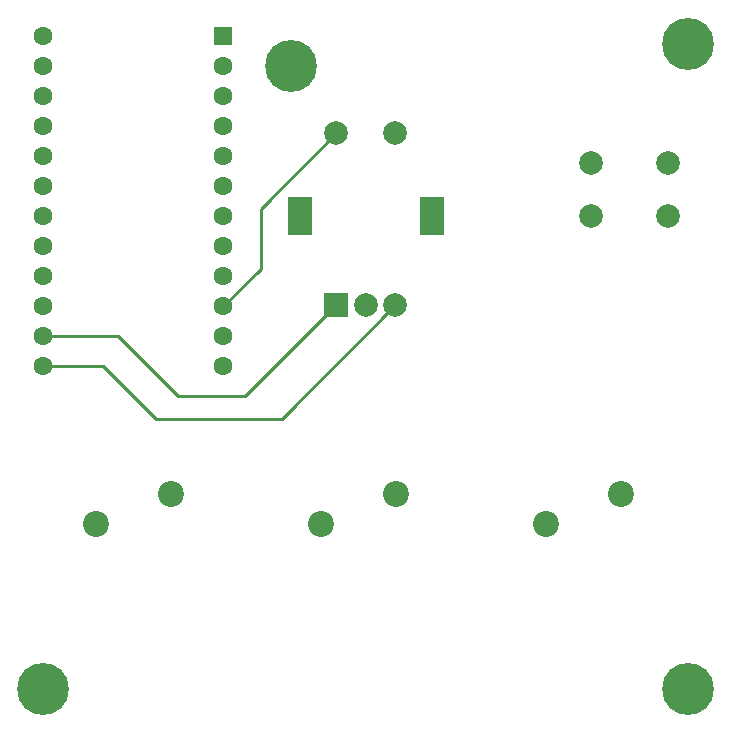
<source format=gbl>
%TF.GenerationSoftware,KiCad,Pcbnew,(5.1.6)-1*%
%TF.CreationDate,2020-08-03T19:17:52-07:00*%
%TF.ProjectId,music controller,6d757369-6320-4636-9f6e-74726f6c6c65,rev?*%
%TF.SameCoordinates,Original*%
%TF.FileFunction,Copper,L2,Bot*%
%TF.FilePolarity,Positive*%
%FSLAX46Y46*%
G04 Gerber Fmt 4.6, Leading zero omitted, Abs format (unit mm)*
G04 Created by KiCad (PCBNEW (5.1.6)-1) date 2020-08-03 19:17:52*
%MOMM*%
%LPD*%
G01*
G04 APERTURE LIST*
%TA.AperFunction,ComponentPad*%
%ADD10C,1.600000*%
%TD*%
%TA.AperFunction,ComponentPad*%
%ADD11R,1.600000X1.600000*%
%TD*%
%TA.AperFunction,ComponentPad*%
%ADD12C,4.400000*%
%TD*%
%TA.AperFunction,ComponentPad*%
%ADD13C,2.200000*%
%TD*%
%TA.AperFunction,ComponentPad*%
%ADD14C,2.000000*%
%TD*%
%TA.AperFunction,ComponentPad*%
%ADD15R,2.000000X3.200000*%
%TD*%
%TA.AperFunction,ComponentPad*%
%ADD16R,2.000000X2.000000*%
%TD*%
%TA.AperFunction,Conductor*%
%ADD17C,0.250000*%
%TD*%
G04 APERTURE END LIST*
D10*
%TO.P,U1,24*%
%TO.N,Net-(U1-Pad24)*%
X86995000Y-67310000D03*
%TO.P,U1,23*%
%TO.N,Net-(U1-Pad23)*%
X86995000Y-69850000D03*
%TO.P,U1,22*%
%TO.N,Net-(SW2-Pad2)*%
X86995000Y-72390000D03*
%TO.P,U1,21*%
%TO.N,Net-(U1-Pad21)*%
X86995000Y-74930000D03*
%TO.P,U1,20*%
%TO.N,Net-(U1-Pad20)*%
X86995000Y-77470000D03*
%TO.P,U1,19*%
%TO.N,Net-(U1-Pad19)*%
X86995000Y-80010000D03*
%TO.P,U1,18*%
%TO.N,Net-(U1-Pad18)*%
X86995000Y-82550000D03*
%TO.P,U1,17*%
%TO.N,Net-(U1-Pad17)*%
X86995000Y-85090000D03*
%TO.P,U1,16*%
%TO.N,Net-(U1-Pad16)*%
X86995000Y-87630000D03*
%TO.P,U1,15*%
%TO.N,Net-(U1-Pad15)*%
X86995000Y-90170000D03*
%TO.P,U1,14*%
%TO.N,Enc1*%
X86995000Y-92710000D03*
%TO.P,U1,13*%
%TO.N,Enc2*%
X86995000Y-95250000D03*
%TO.P,U1,12*%
%TO.N,Net-(U1-Pad12)*%
X102235000Y-95250000D03*
%TO.P,U1,11*%
%TO.N,Col1*%
X102235000Y-92710000D03*
%TO.P,U1,10*%
%TO.N,Col2*%
X102235000Y-90170000D03*
%TO.P,U1,9*%
%TO.N,Col3*%
X102235000Y-87630000D03*
%TO.P,U1,8*%
%TO.N,Row2*%
X102235000Y-85090000D03*
%TO.P,U1,7*%
%TO.N,Row1*%
X102235000Y-82550000D03*
%TO.P,U1,6*%
%TO.N,Net-(U1-Pad6)*%
X102235000Y-80010000D03*
%TO.P,U1,5*%
%TO.N,Net-(U1-Pad5)*%
X102235000Y-77470000D03*
%TO.P,U1,4*%
%TO.N,Net-(U1-Pad4)*%
X102235000Y-74930000D03*
%TO.P,U1,3*%
%TO.N,Gnd*%
X102235000Y-72390000D03*
%TO.P,U1,2*%
%TO.N,Net-(U1-Pad2)*%
X102235000Y-69850000D03*
D11*
%TO.P,U1,1*%
%TO.N,Net-(U1-Pad1)*%
X102235000Y-67310000D03*
%TD*%
D12*
%TO.P,,1*%
%TO.N,N/C*%
X107950000Y-69850000D03*
%TD*%
%TO.P,,1*%
%TO.N,N/C*%
X141605000Y-67945000D03*
%TD*%
%TO.P,,1*%
%TO.N,N/C*%
X141605000Y-122555000D03*
%TD*%
%TO.P,,1*%
%TO.N,N/C*%
X86995000Y-122555000D03*
%TD*%
D13*
%TO.P,SW4,2*%
%TO.N,Col2*%
X110490000Y-108585000D03*
%TO.P,SW4,1*%
%TO.N,Row2*%
X116840000Y-106045000D03*
%TD*%
D14*
%TO.P,SW1,S1*%
%TO.N,Row1*%
X116800000Y-75550000D03*
%TO.P,SW1,S2*%
%TO.N,Col2*%
X111800000Y-75550000D03*
D15*
%TO.P,SW1,MP*%
%TO.N,N/C*%
X119900000Y-82550000D03*
X108700000Y-82550000D03*
D14*
%TO.P,SW1,B*%
%TO.N,Enc2*%
X116800000Y-90050000D03*
%TO.P,SW1,C*%
%TO.N,Gnd*%
X114300000Y-90050000D03*
D16*
%TO.P,SW1,A*%
%TO.N,Enc1*%
X111800000Y-90050000D03*
%TD*%
D13*
%TO.P,SW5,2*%
%TO.N,Col3*%
X129540000Y-108585000D03*
%TO.P,SW5,1*%
%TO.N,Row2*%
X135890000Y-106045000D03*
%TD*%
%TO.P,SW3,2*%
%TO.N,Col1*%
X91440000Y-108585000D03*
%TO.P,SW3,1*%
%TO.N,Row2*%
X97790000Y-106045000D03*
%TD*%
D14*
%TO.P,SW2,1*%
%TO.N,Gnd*%
X139850000Y-82550000D03*
%TO.P,SW2,2*%
%TO.N,Net-(SW2-Pad2)*%
X139850000Y-78050000D03*
%TO.P,SW2,1*%
%TO.N,Gnd*%
X133350000Y-82550000D03*
%TO.P,SW2,2*%
%TO.N,Net-(SW2-Pad2)*%
X133350000Y-78050000D03*
%TD*%
D17*
%TO.N,Enc1*%
X86995000Y-92710000D02*
X93345000Y-92710000D01*
X93345000Y-92710000D02*
X98425000Y-97790000D01*
X104060000Y-97790000D02*
X111800000Y-90050000D01*
X98425000Y-97790000D02*
X104060000Y-97790000D01*
%TO.N,Enc2*%
X86995000Y-95250000D02*
X92075000Y-95250000D01*
X92075000Y-95250000D02*
X96520000Y-99695000D01*
X107155000Y-99695000D02*
X116800000Y-90050000D01*
X96520000Y-99695000D02*
X107155000Y-99695000D01*
%TO.N,Col2*%
X102235000Y-90170000D02*
X105410000Y-86995000D01*
X105410000Y-81940000D02*
X111800000Y-75550000D01*
X105410000Y-86995000D02*
X105410000Y-81940000D01*
%TD*%
M02*

</source>
